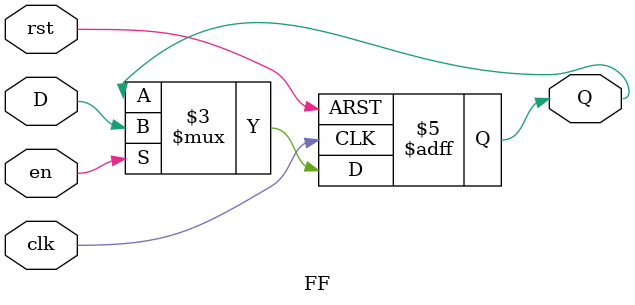
<source format=v>
`timescale 1ns/1ps

module comparison_module(adc_out,dac_in,compare_result,rstp,clk);
	input compare_result;
	input rstp;
	input clk;
	output wire [3:0] adc_out;
	output wire [3:0] dac_in;
	
	wire s3,s2,s1,s0; //Shift reg output
	wire d3,d2,d1,d0; //And result
	reg [3:0] state; //SM count
	wire rst; // reset for internal modules
	wire adc3,adc2,adc1,adc0;

	always@(posedge clk or posedge rstp) begin
		if(rstp)begin
			state = 4'd0;
		end
		else begin
			state = state + 4'd1;
		end
	end
	assign rst = (state == 4'd0) ? 1 : 0;
	assign adc_out = (state == 4'd5) ? {adc3,adc2,adc1,adc0} : adc_out;

	shift_reg sreg(.out({s3,s2,s1,s0}),.selector(state),.rst(rst),.clk(clk));

	and_m and3 (.A(compare_result),.B(s3),.O(d3));
	and_m and2 (.A(compare_result),.B(s2),.O(d2));
	and_m and1 (.A(compare_result),.B(s1),.O(d1));
	and_m and0 (.A(compare_result),.B(s0),.O(d0));

	FF ff3 (.D(d3),.Q(adc3),.en(s3),.rst(rst),.clk(clk));
	FF ff2 (.D(d2),.Q(adc2),.en(s2),.rst(rst),.clk(clk));
	FF ff1 (.D(d1),.Q(adc1),.en(s1),.rst(rst),.clk(clk));
	FF ff0 (.D(d0),.Q(adc0),.en(s0),.rst(rst),.clk(clk));

	digital_comparison dcomp (.adc_out({adc3,adc2,adc1,adc0}),.dac_in(dac_in),.selector(state),.rst(rst),.clk(clk));
	

endmodule

/////////////////////////////////////////
// digital_comparison value module
// Ing. Diego Salazar
//
/////////////////////////////////////////

module digital_comparison(adc_out,dac_in,selector,rst,clk);
	input rst;
	input clk;
	input 		[3:0] adc_out;
	input 		[3:0] selector;
	output	reg 	[3:0] dac_in;

	always@(posedge clk or posedge rst) begin
		if(rst) begin
			dac_in = 4'b1000;
		end
		else begin
			case(selector)
			4'd1: begin
				dac_in = 4'b1000;
			end
			4'd2: begin
				dac_in = {adc_out[3],3'b100};
			end
			4'd3: begin
				dac_in = {adc_out[3:2],2'b10};
			end
			4'd4: begin
				dac_in = {adc_out[3:1],1'b1};
			end
			4'd5: begin
				dac_in = adc_out[3:0];
			end
			//default: selector = 0;
			endcase
		end
	end
endmodule

/////////////////////////////////////////
// and module
// Ing. Diego Salazar
//
/////////////////////////////////////////

module and_m(A,B,O);
	input A;
	input B;
	output wire O;

	assign O = A && B;
endmodule

/////////////////////////////////////////
// shift reg module
// Ing. Diego Salazar
//
/////////////////////////////////////////

module shift_reg(out,selector,rst,clk);
	input rst;
	input clk;
	input 	[3:0] selector;
	output reg [3:0] out;

	always@(posedge clk or posedge rst) begin
		if(rst) begin
			out <= 4'b1000;
		end
		else begin
			case(selector)
			4'd1: begin
				out = 4'b1000;
			end
			4'd2: begin
				out = 4'b0100;
			end
			4'd3: begin
				out = 4'b0010;
			end
			4'd4: begin
				out = 4'b0001;
			end
			4'd5: begin
				out = 4'b0000;
			end
			//default: selector = 0;
			endcase
		end
	end
endmodule

/////////////////////////////////////////
// FF with enable
// Ing. Diego Salazar
//
/////////////////////////////////////////

module FF(D,Q,en,rst,clk);
	input en;
	input rst;
	input clk;
	input D;
	output reg Q;

	always@(posedge clk or posedge rst) begin
		if(rst) begin
			Q = 0;
		end
		else begin
			if(en) begin
				Q = D;
			end
			else begin
				Q = Q;
			end
		end
	end
endmodule

</source>
